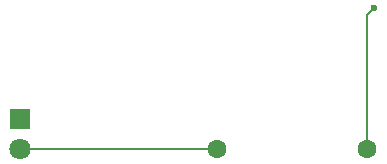
<source format=gbr>
%TF.GenerationSoftware,KiCad,Pcbnew,9.0.3*%
%TF.CreationDate,2025-09-02T22:18:53+02:00*%
%TF.ProjectId,digital_organ,64696769-7461-46c5-9f6f-7267616e2e6b,0*%
%TF.SameCoordinates,Original*%
%TF.FileFunction,Copper,L1,Top*%
%TF.FilePolarity,Positive*%
%FSLAX46Y46*%
G04 Gerber Fmt 4.6, Leading zero omitted, Abs format (unit mm)*
G04 Created by KiCad (PCBNEW 9.0.3) date 2025-09-02 22:18:53*
%MOMM*%
%LPD*%
G01*
G04 APERTURE LIST*
%TA.AperFunction,ComponentPad*%
%ADD10C,1.600000*%
%TD*%
%TA.AperFunction,ComponentPad*%
%ADD11R,1.800000X1.800000*%
%TD*%
%TA.AperFunction,ComponentPad*%
%ADD12C,1.800000*%
%TD*%
%TA.AperFunction,ViaPad*%
%ADD13C,0.600000*%
%TD*%
%TA.AperFunction,Conductor*%
%ADD14C,0.200000*%
%TD*%
G04 APERTURE END LIST*
D10*
%TO.P,R1,1*%
%TO.N,VCC*%
X171350000Y-109000000D03*
%TO.P,R1,2*%
%TO.N,/test*%
X158650000Y-109000000D03*
%TD*%
D11*
%TO.P,D1,1,K*%
%TO.N,GND*%
X142000000Y-106460000D03*
D12*
%TO.P,D1,2,A*%
%TO.N,/test*%
X142000000Y-109000000D03*
%TD*%
D13*
%TO.N,VCC*%
X172000000Y-97000000D03*
%TD*%
D14*
%TO.N,VCC*%
X171350000Y-97650000D02*
X172000000Y-97000000D01*
X171350000Y-109000000D02*
X171350000Y-97650000D01*
%TO.N,/test*%
X142000000Y-109000000D02*
X158650000Y-109000000D01*
%TD*%
M02*

</source>
